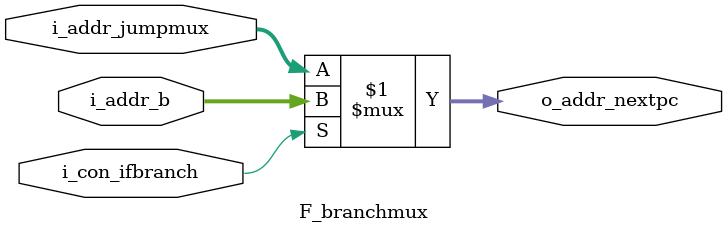
<source format=sv>
module F_branchmux(
	input logic [31:0] i_addr_jumpmux,
	input logic [31:0] i_addr_b,
	input logic i_con_ifbranch,

	output logic [31:0] o_addr_nextpc
	);

//0-branch, 1-not branch!!!!!!!!!!!!
assign o_addr_nextpc = i_con_ifbranch ? i_addr_b : i_addr_jumpmux;

endmodule
</source>
